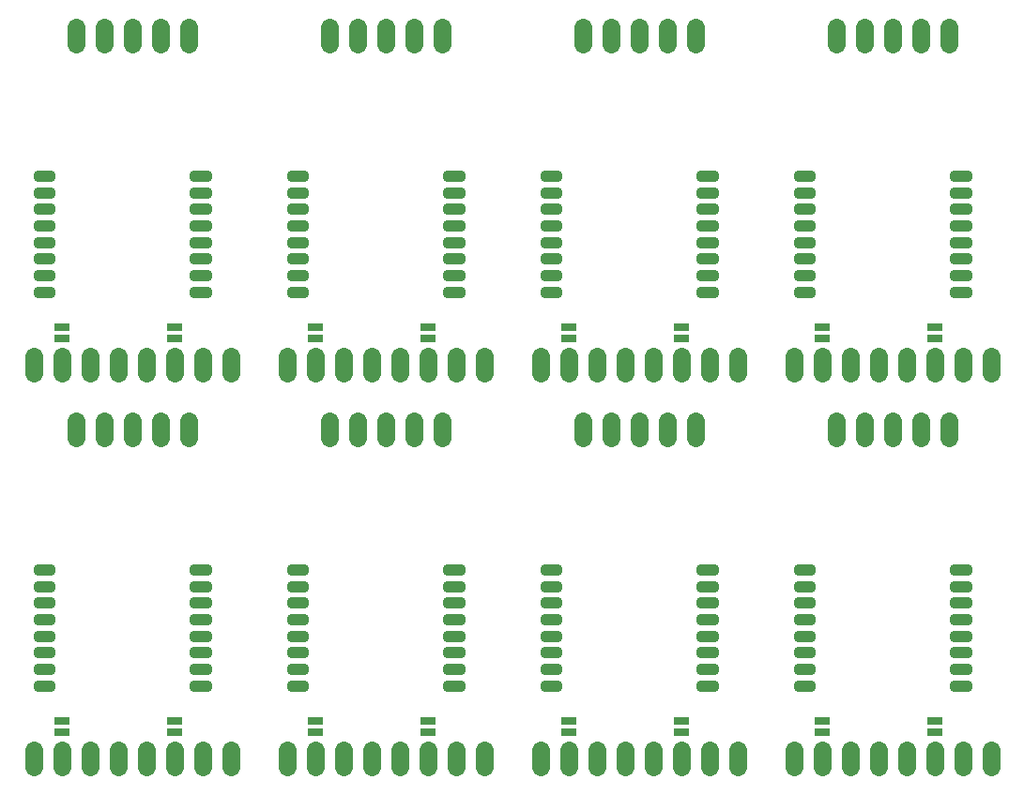
<source format=gts>
G04 EAGLE Gerber RS-274X export*
G75*
%MOMM*%
%FSLAX34Y34*%
%LPD*%
%INTop Solder Mask*%
%IPPOS*%
%AMOC8*
5,1,8,0,0,1.08239X$1,22.5*%
G01*
%ADD10C,0.751200*%
%ADD11C,1.625600*%
%ADD12R,1.371600X0.736600*%


D10*
X41352Y198838D02*
X28848Y198838D01*
X28848Y201342D01*
X41352Y201342D01*
X41352Y198838D01*
X41352Y183838D02*
X28848Y183838D01*
X28848Y186342D01*
X41352Y186342D01*
X41352Y183838D01*
X41352Y168838D02*
X28848Y168838D01*
X28848Y171342D01*
X41352Y171342D01*
X41352Y168838D01*
X41352Y153838D02*
X28848Y153838D01*
X28848Y156342D01*
X41352Y156342D01*
X41352Y153838D01*
X41352Y138838D02*
X28848Y138838D01*
X28848Y141342D01*
X41352Y141342D01*
X41352Y138838D01*
X41352Y123838D02*
X28848Y123838D01*
X28848Y126342D01*
X41352Y126342D01*
X41352Y123838D01*
X41352Y108838D02*
X28848Y108838D01*
X28848Y111342D01*
X41352Y111342D01*
X41352Y108838D01*
X41352Y93838D02*
X28848Y93838D01*
X28848Y96342D01*
X41352Y96342D01*
X41352Y93838D01*
X169848Y93838D02*
X182352Y93838D01*
X169848Y93838D02*
X169848Y96342D01*
X182352Y96342D01*
X182352Y93838D01*
X182352Y108838D02*
X169848Y108838D01*
X169848Y111342D01*
X182352Y111342D01*
X182352Y108838D01*
X182352Y123838D02*
X169848Y123838D01*
X169848Y126342D01*
X182352Y126342D01*
X182352Y123838D01*
X182352Y138838D02*
X169848Y138838D01*
X169848Y141342D01*
X182352Y141342D01*
X182352Y138838D01*
X182352Y153838D02*
X169848Y153838D01*
X169848Y156342D01*
X182352Y156342D01*
X182352Y153838D01*
X182352Y168838D02*
X169848Y168838D01*
X169848Y171342D01*
X182352Y171342D01*
X182352Y168838D01*
X182352Y183838D02*
X169848Y183838D01*
X169848Y186342D01*
X182352Y186342D01*
X182352Y183838D01*
X182352Y198838D02*
X169848Y198838D01*
X169848Y201342D01*
X182352Y201342D01*
X182352Y198838D01*
D11*
X63500Y318770D02*
X63500Y334010D01*
X88900Y334010D02*
X88900Y318770D01*
X114300Y318770D02*
X114300Y334010D01*
X139700Y334010D02*
X139700Y318770D01*
X165100Y318770D02*
X165100Y334010D01*
X203200Y36830D02*
X203200Y21590D01*
X177800Y21590D02*
X177800Y36830D01*
X152400Y36830D02*
X152400Y21590D01*
X127000Y21590D02*
X127000Y36830D01*
X101600Y36830D02*
X101600Y21590D01*
X76200Y21590D02*
X76200Y36830D01*
X50800Y36830D02*
X50800Y21590D01*
X25400Y21590D02*
X25400Y36830D01*
D12*
X50800Y53340D03*
X50800Y63500D03*
X152400Y53340D03*
X152400Y63500D03*
D10*
X257448Y198838D02*
X269952Y198838D01*
X257448Y198838D02*
X257448Y201342D01*
X269952Y201342D01*
X269952Y198838D01*
X269952Y183838D02*
X257448Y183838D01*
X257448Y186342D01*
X269952Y186342D01*
X269952Y183838D01*
X269952Y168838D02*
X257448Y168838D01*
X257448Y171342D01*
X269952Y171342D01*
X269952Y168838D01*
X269952Y153838D02*
X257448Y153838D01*
X257448Y156342D01*
X269952Y156342D01*
X269952Y153838D01*
X269952Y138838D02*
X257448Y138838D01*
X257448Y141342D01*
X269952Y141342D01*
X269952Y138838D01*
X269952Y123838D02*
X257448Y123838D01*
X257448Y126342D01*
X269952Y126342D01*
X269952Y123838D01*
X269952Y108838D02*
X257448Y108838D01*
X257448Y111342D01*
X269952Y111342D01*
X269952Y108838D01*
X269952Y93838D02*
X257448Y93838D01*
X257448Y96342D01*
X269952Y96342D01*
X269952Y93838D01*
X398448Y93838D02*
X410952Y93838D01*
X398448Y93838D02*
X398448Y96342D01*
X410952Y96342D01*
X410952Y93838D01*
X410952Y108838D02*
X398448Y108838D01*
X398448Y111342D01*
X410952Y111342D01*
X410952Y108838D01*
X410952Y123838D02*
X398448Y123838D01*
X398448Y126342D01*
X410952Y126342D01*
X410952Y123838D01*
X410952Y138838D02*
X398448Y138838D01*
X398448Y141342D01*
X410952Y141342D01*
X410952Y138838D01*
X410952Y153838D02*
X398448Y153838D01*
X398448Y156342D01*
X410952Y156342D01*
X410952Y153838D01*
X410952Y168838D02*
X398448Y168838D01*
X398448Y171342D01*
X410952Y171342D01*
X410952Y168838D01*
X410952Y183838D02*
X398448Y183838D01*
X398448Y186342D01*
X410952Y186342D01*
X410952Y183838D01*
X410952Y198838D02*
X398448Y198838D01*
X398448Y201342D01*
X410952Y201342D01*
X410952Y198838D01*
D11*
X292100Y318770D02*
X292100Y334010D01*
X317500Y334010D02*
X317500Y318770D01*
X342900Y318770D02*
X342900Y334010D01*
X368300Y334010D02*
X368300Y318770D01*
X393700Y318770D02*
X393700Y334010D01*
X431800Y36830D02*
X431800Y21590D01*
X406400Y21590D02*
X406400Y36830D01*
X381000Y36830D02*
X381000Y21590D01*
X355600Y21590D02*
X355600Y36830D01*
X330200Y36830D02*
X330200Y21590D01*
X304800Y21590D02*
X304800Y36830D01*
X279400Y36830D02*
X279400Y21590D01*
X254000Y21590D02*
X254000Y36830D01*
D12*
X279400Y53340D03*
X279400Y63500D03*
X381000Y53340D03*
X381000Y63500D03*
D10*
X486048Y198838D02*
X498552Y198838D01*
X486048Y198838D02*
X486048Y201342D01*
X498552Y201342D01*
X498552Y198838D01*
X498552Y183838D02*
X486048Y183838D01*
X486048Y186342D01*
X498552Y186342D01*
X498552Y183838D01*
X498552Y168838D02*
X486048Y168838D01*
X486048Y171342D01*
X498552Y171342D01*
X498552Y168838D01*
X498552Y153838D02*
X486048Y153838D01*
X486048Y156342D01*
X498552Y156342D01*
X498552Y153838D01*
X498552Y138838D02*
X486048Y138838D01*
X486048Y141342D01*
X498552Y141342D01*
X498552Y138838D01*
X498552Y123838D02*
X486048Y123838D01*
X486048Y126342D01*
X498552Y126342D01*
X498552Y123838D01*
X498552Y108838D02*
X486048Y108838D01*
X486048Y111342D01*
X498552Y111342D01*
X498552Y108838D01*
X498552Y93838D02*
X486048Y93838D01*
X486048Y96342D01*
X498552Y96342D01*
X498552Y93838D01*
X627048Y93838D02*
X639552Y93838D01*
X627048Y93838D02*
X627048Y96342D01*
X639552Y96342D01*
X639552Y93838D01*
X639552Y108838D02*
X627048Y108838D01*
X627048Y111342D01*
X639552Y111342D01*
X639552Y108838D01*
X639552Y123838D02*
X627048Y123838D01*
X627048Y126342D01*
X639552Y126342D01*
X639552Y123838D01*
X639552Y138838D02*
X627048Y138838D01*
X627048Y141342D01*
X639552Y141342D01*
X639552Y138838D01*
X639552Y153838D02*
X627048Y153838D01*
X627048Y156342D01*
X639552Y156342D01*
X639552Y153838D01*
X639552Y168838D02*
X627048Y168838D01*
X627048Y171342D01*
X639552Y171342D01*
X639552Y168838D01*
X639552Y183838D02*
X627048Y183838D01*
X627048Y186342D01*
X639552Y186342D01*
X639552Y183838D01*
X639552Y198838D02*
X627048Y198838D01*
X627048Y201342D01*
X639552Y201342D01*
X639552Y198838D01*
D11*
X520700Y318770D02*
X520700Y334010D01*
X546100Y334010D02*
X546100Y318770D01*
X571500Y318770D02*
X571500Y334010D01*
X596900Y334010D02*
X596900Y318770D01*
X622300Y318770D02*
X622300Y334010D01*
X660400Y36830D02*
X660400Y21590D01*
X635000Y21590D02*
X635000Y36830D01*
X609600Y36830D02*
X609600Y21590D01*
X584200Y21590D02*
X584200Y36830D01*
X558800Y36830D02*
X558800Y21590D01*
X533400Y21590D02*
X533400Y36830D01*
X508000Y36830D02*
X508000Y21590D01*
X482600Y21590D02*
X482600Y36830D01*
D12*
X508000Y53340D03*
X508000Y63500D03*
X609600Y53340D03*
X609600Y63500D03*
D10*
X714648Y198838D02*
X727152Y198838D01*
X714648Y198838D02*
X714648Y201342D01*
X727152Y201342D01*
X727152Y198838D01*
X727152Y183838D02*
X714648Y183838D01*
X714648Y186342D01*
X727152Y186342D01*
X727152Y183838D01*
X727152Y168838D02*
X714648Y168838D01*
X714648Y171342D01*
X727152Y171342D01*
X727152Y168838D01*
X727152Y153838D02*
X714648Y153838D01*
X714648Y156342D01*
X727152Y156342D01*
X727152Y153838D01*
X727152Y138838D02*
X714648Y138838D01*
X714648Y141342D01*
X727152Y141342D01*
X727152Y138838D01*
X727152Y123838D02*
X714648Y123838D01*
X714648Y126342D01*
X727152Y126342D01*
X727152Y123838D01*
X727152Y108838D02*
X714648Y108838D01*
X714648Y111342D01*
X727152Y111342D01*
X727152Y108838D01*
X727152Y93838D02*
X714648Y93838D01*
X714648Y96342D01*
X727152Y96342D01*
X727152Y93838D01*
X855648Y93838D02*
X868152Y93838D01*
X855648Y93838D02*
X855648Y96342D01*
X868152Y96342D01*
X868152Y93838D01*
X868152Y108838D02*
X855648Y108838D01*
X855648Y111342D01*
X868152Y111342D01*
X868152Y108838D01*
X868152Y123838D02*
X855648Y123838D01*
X855648Y126342D01*
X868152Y126342D01*
X868152Y123838D01*
X868152Y138838D02*
X855648Y138838D01*
X855648Y141342D01*
X868152Y141342D01*
X868152Y138838D01*
X868152Y153838D02*
X855648Y153838D01*
X855648Y156342D01*
X868152Y156342D01*
X868152Y153838D01*
X868152Y168838D02*
X855648Y168838D01*
X855648Y171342D01*
X868152Y171342D01*
X868152Y168838D01*
X868152Y183838D02*
X855648Y183838D01*
X855648Y186342D01*
X868152Y186342D01*
X868152Y183838D01*
X868152Y198838D02*
X855648Y198838D01*
X855648Y201342D01*
X868152Y201342D01*
X868152Y198838D01*
D11*
X749300Y318770D02*
X749300Y334010D01*
X774700Y334010D02*
X774700Y318770D01*
X800100Y318770D02*
X800100Y334010D01*
X825500Y334010D02*
X825500Y318770D01*
X850900Y318770D02*
X850900Y334010D01*
X889000Y36830D02*
X889000Y21590D01*
X863600Y21590D02*
X863600Y36830D01*
X838200Y36830D02*
X838200Y21590D01*
X812800Y21590D02*
X812800Y36830D01*
X787400Y36830D02*
X787400Y21590D01*
X762000Y21590D02*
X762000Y36830D01*
X736600Y36830D02*
X736600Y21590D01*
X711200Y21590D02*
X711200Y36830D01*
D12*
X736600Y53340D03*
X736600Y63500D03*
X838200Y53340D03*
X838200Y63500D03*
D10*
X41352Y554438D02*
X28848Y554438D01*
X28848Y556942D01*
X41352Y556942D01*
X41352Y554438D01*
X41352Y539438D02*
X28848Y539438D01*
X28848Y541942D01*
X41352Y541942D01*
X41352Y539438D01*
X41352Y524438D02*
X28848Y524438D01*
X28848Y526942D01*
X41352Y526942D01*
X41352Y524438D01*
X41352Y509438D02*
X28848Y509438D01*
X28848Y511942D01*
X41352Y511942D01*
X41352Y509438D01*
X41352Y494438D02*
X28848Y494438D01*
X28848Y496942D01*
X41352Y496942D01*
X41352Y494438D01*
X41352Y479438D02*
X28848Y479438D01*
X28848Y481942D01*
X41352Y481942D01*
X41352Y479438D01*
X41352Y464438D02*
X28848Y464438D01*
X28848Y466942D01*
X41352Y466942D01*
X41352Y464438D01*
X41352Y449438D02*
X28848Y449438D01*
X28848Y451942D01*
X41352Y451942D01*
X41352Y449438D01*
X169848Y449438D02*
X182352Y449438D01*
X169848Y449438D02*
X169848Y451942D01*
X182352Y451942D01*
X182352Y449438D01*
X182352Y464438D02*
X169848Y464438D01*
X169848Y466942D01*
X182352Y466942D01*
X182352Y464438D01*
X182352Y479438D02*
X169848Y479438D01*
X169848Y481942D01*
X182352Y481942D01*
X182352Y479438D01*
X182352Y494438D02*
X169848Y494438D01*
X169848Y496942D01*
X182352Y496942D01*
X182352Y494438D01*
X182352Y509438D02*
X169848Y509438D01*
X169848Y511942D01*
X182352Y511942D01*
X182352Y509438D01*
X182352Y524438D02*
X169848Y524438D01*
X169848Y526942D01*
X182352Y526942D01*
X182352Y524438D01*
X182352Y539438D02*
X169848Y539438D01*
X169848Y541942D01*
X182352Y541942D01*
X182352Y539438D01*
X182352Y554438D02*
X169848Y554438D01*
X169848Y556942D01*
X182352Y556942D01*
X182352Y554438D01*
D11*
X63500Y674370D02*
X63500Y689610D01*
X88900Y689610D02*
X88900Y674370D01*
X114300Y674370D02*
X114300Y689610D01*
X139700Y689610D02*
X139700Y674370D01*
X165100Y674370D02*
X165100Y689610D01*
X203200Y392430D02*
X203200Y377190D01*
X177800Y377190D02*
X177800Y392430D01*
X152400Y392430D02*
X152400Y377190D01*
X127000Y377190D02*
X127000Y392430D01*
X101600Y392430D02*
X101600Y377190D01*
X76200Y377190D02*
X76200Y392430D01*
X50800Y392430D02*
X50800Y377190D01*
X25400Y377190D02*
X25400Y392430D01*
D12*
X50800Y408940D03*
X50800Y419100D03*
X152400Y408940D03*
X152400Y419100D03*
D10*
X257448Y554438D02*
X269952Y554438D01*
X257448Y554438D02*
X257448Y556942D01*
X269952Y556942D01*
X269952Y554438D01*
X269952Y539438D02*
X257448Y539438D01*
X257448Y541942D01*
X269952Y541942D01*
X269952Y539438D01*
X269952Y524438D02*
X257448Y524438D01*
X257448Y526942D01*
X269952Y526942D01*
X269952Y524438D01*
X269952Y509438D02*
X257448Y509438D01*
X257448Y511942D01*
X269952Y511942D01*
X269952Y509438D01*
X269952Y494438D02*
X257448Y494438D01*
X257448Y496942D01*
X269952Y496942D01*
X269952Y494438D01*
X269952Y479438D02*
X257448Y479438D01*
X257448Y481942D01*
X269952Y481942D01*
X269952Y479438D01*
X269952Y464438D02*
X257448Y464438D01*
X257448Y466942D01*
X269952Y466942D01*
X269952Y464438D01*
X269952Y449438D02*
X257448Y449438D01*
X257448Y451942D01*
X269952Y451942D01*
X269952Y449438D01*
X398448Y449438D02*
X410952Y449438D01*
X398448Y449438D02*
X398448Y451942D01*
X410952Y451942D01*
X410952Y449438D01*
X410952Y464438D02*
X398448Y464438D01*
X398448Y466942D01*
X410952Y466942D01*
X410952Y464438D01*
X410952Y479438D02*
X398448Y479438D01*
X398448Y481942D01*
X410952Y481942D01*
X410952Y479438D01*
X410952Y494438D02*
X398448Y494438D01*
X398448Y496942D01*
X410952Y496942D01*
X410952Y494438D01*
X410952Y509438D02*
X398448Y509438D01*
X398448Y511942D01*
X410952Y511942D01*
X410952Y509438D01*
X410952Y524438D02*
X398448Y524438D01*
X398448Y526942D01*
X410952Y526942D01*
X410952Y524438D01*
X410952Y539438D02*
X398448Y539438D01*
X398448Y541942D01*
X410952Y541942D01*
X410952Y539438D01*
X410952Y554438D02*
X398448Y554438D01*
X398448Y556942D01*
X410952Y556942D01*
X410952Y554438D01*
D11*
X292100Y674370D02*
X292100Y689610D01*
X317500Y689610D02*
X317500Y674370D01*
X342900Y674370D02*
X342900Y689610D01*
X368300Y689610D02*
X368300Y674370D01*
X393700Y674370D02*
X393700Y689610D01*
X431800Y392430D02*
X431800Y377190D01*
X406400Y377190D02*
X406400Y392430D01*
X381000Y392430D02*
X381000Y377190D01*
X355600Y377190D02*
X355600Y392430D01*
X330200Y392430D02*
X330200Y377190D01*
X304800Y377190D02*
X304800Y392430D01*
X279400Y392430D02*
X279400Y377190D01*
X254000Y377190D02*
X254000Y392430D01*
D12*
X279400Y408940D03*
X279400Y419100D03*
X381000Y408940D03*
X381000Y419100D03*
D10*
X486048Y554438D02*
X498552Y554438D01*
X486048Y554438D02*
X486048Y556942D01*
X498552Y556942D01*
X498552Y554438D01*
X498552Y539438D02*
X486048Y539438D01*
X486048Y541942D01*
X498552Y541942D01*
X498552Y539438D01*
X498552Y524438D02*
X486048Y524438D01*
X486048Y526942D01*
X498552Y526942D01*
X498552Y524438D01*
X498552Y509438D02*
X486048Y509438D01*
X486048Y511942D01*
X498552Y511942D01*
X498552Y509438D01*
X498552Y494438D02*
X486048Y494438D01*
X486048Y496942D01*
X498552Y496942D01*
X498552Y494438D01*
X498552Y479438D02*
X486048Y479438D01*
X486048Y481942D01*
X498552Y481942D01*
X498552Y479438D01*
X498552Y464438D02*
X486048Y464438D01*
X486048Y466942D01*
X498552Y466942D01*
X498552Y464438D01*
X498552Y449438D02*
X486048Y449438D01*
X486048Y451942D01*
X498552Y451942D01*
X498552Y449438D01*
X627048Y449438D02*
X639552Y449438D01*
X627048Y449438D02*
X627048Y451942D01*
X639552Y451942D01*
X639552Y449438D01*
X639552Y464438D02*
X627048Y464438D01*
X627048Y466942D01*
X639552Y466942D01*
X639552Y464438D01*
X639552Y479438D02*
X627048Y479438D01*
X627048Y481942D01*
X639552Y481942D01*
X639552Y479438D01*
X639552Y494438D02*
X627048Y494438D01*
X627048Y496942D01*
X639552Y496942D01*
X639552Y494438D01*
X639552Y509438D02*
X627048Y509438D01*
X627048Y511942D01*
X639552Y511942D01*
X639552Y509438D01*
X639552Y524438D02*
X627048Y524438D01*
X627048Y526942D01*
X639552Y526942D01*
X639552Y524438D01*
X639552Y539438D02*
X627048Y539438D01*
X627048Y541942D01*
X639552Y541942D01*
X639552Y539438D01*
X639552Y554438D02*
X627048Y554438D01*
X627048Y556942D01*
X639552Y556942D01*
X639552Y554438D01*
D11*
X520700Y674370D02*
X520700Y689610D01*
X546100Y689610D02*
X546100Y674370D01*
X571500Y674370D02*
X571500Y689610D01*
X596900Y689610D02*
X596900Y674370D01*
X622300Y674370D02*
X622300Y689610D01*
X660400Y392430D02*
X660400Y377190D01*
X635000Y377190D02*
X635000Y392430D01*
X609600Y392430D02*
X609600Y377190D01*
X584200Y377190D02*
X584200Y392430D01*
X558800Y392430D02*
X558800Y377190D01*
X533400Y377190D02*
X533400Y392430D01*
X508000Y392430D02*
X508000Y377190D01*
X482600Y377190D02*
X482600Y392430D01*
D12*
X508000Y408940D03*
X508000Y419100D03*
X609600Y408940D03*
X609600Y419100D03*
D10*
X714648Y554438D02*
X727152Y554438D01*
X714648Y554438D02*
X714648Y556942D01*
X727152Y556942D01*
X727152Y554438D01*
X727152Y539438D02*
X714648Y539438D01*
X714648Y541942D01*
X727152Y541942D01*
X727152Y539438D01*
X727152Y524438D02*
X714648Y524438D01*
X714648Y526942D01*
X727152Y526942D01*
X727152Y524438D01*
X727152Y509438D02*
X714648Y509438D01*
X714648Y511942D01*
X727152Y511942D01*
X727152Y509438D01*
X727152Y494438D02*
X714648Y494438D01*
X714648Y496942D01*
X727152Y496942D01*
X727152Y494438D01*
X727152Y479438D02*
X714648Y479438D01*
X714648Y481942D01*
X727152Y481942D01*
X727152Y479438D01*
X727152Y464438D02*
X714648Y464438D01*
X714648Y466942D01*
X727152Y466942D01*
X727152Y464438D01*
X727152Y449438D02*
X714648Y449438D01*
X714648Y451942D01*
X727152Y451942D01*
X727152Y449438D01*
X855648Y449438D02*
X868152Y449438D01*
X855648Y449438D02*
X855648Y451942D01*
X868152Y451942D01*
X868152Y449438D01*
X868152Y464438D02*
X855648Y464438D01*
X855648Y466942D01*
X868152Y466942D01*
X868152Y464438D01*
X868152Y479438D02*
X855648Y479438D01*
X855648Y481942D01*
X868152Y481942D01*
X868152Y479438D01*
X868152Y494438D02*
X855648Y494438D01*
X855648Y496942D01*
X868152Y496942D01*
X868152Y494438D01*
X868152Y509438D02*
X855648Y509438D01*
X855648Y511942D01*
X868152Y511942D01*
X868152Y509438D01*
X868152Y524438D02*
X855648Y524438D01*
X855648Y526942D01*
X868152Y526942D01*
X868152Y524438D01*
X868152Y539438D02*
X855648Y539438D01*
X855648Y541942D01*
X868152Y541942D01*
X868152Y539438D01*
X868152Y554438D02*
X855648Y554438D01*
X855648Y556942D01*
X868152Y556942D01*
X868152Y554438D01*
D11*
X749300Y674370D02*
X749300Y689610D01*
X774700Y689610D02*
X774700Y674370D01*
X800100Y674370D02*
X800100Y689610D01*
X825500Y689610D02*
X825500Y674370D01*
X850900Y674370D02*
X850900Y689610D01*
X889000Y392430D02*
X889000Y377190D01*
X863600Y377190D02*
X863600Y392430D01*
X838200Y392430D02*
X838200Y377190D01*
X812800Y377190D02*
X812800Y392430D01*
X787400Y392430D02*
X787400Y377190D01*
X762000Y377190D02*
X762000Y392430D01*
X736600Y392430D02*
X736600Y377190D01*
X711200Y377190D02*
X711200Y392430D01*
D12*
X736600Y408940D03*
X736600Y419100D03*
X838200Y408940D03*
X838200Y419100D03*
M02*

</source>
